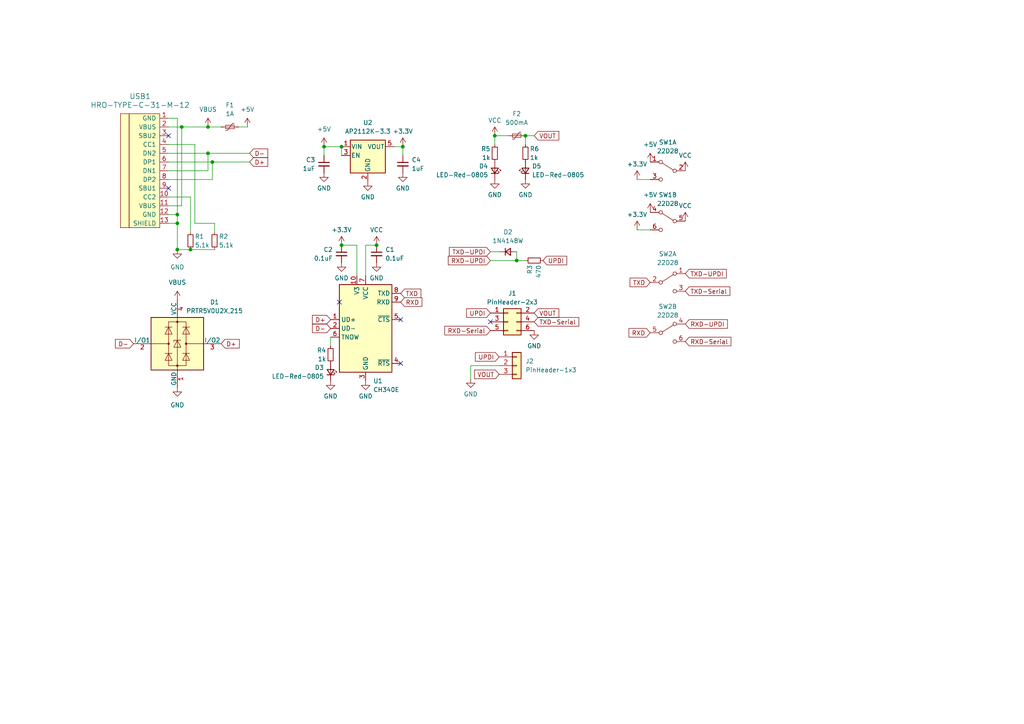
<source format=kicad_sch>
(kicad_sch (version 20230121) (generator eeschema)
  (paper "A4")
  (lib_symbols
    (symbol "Connector_Generic:Conn_01x03" (pin_names (offset 1.016) hide)
      (property "Reference" "J" (at 0 5.08 0))
      (property "Value" "Conn_01x03" (at 0 -5.08 0))
      (symbol "Conn_01x03_1_1"
        (rectangle (start -1.27 -2.413) (end 0 -2.667) (stroke (width 0.1524)))
        (rectangle (start -1.27 0.127) (end 0 -0.127) (stroke (width 0.1524)))
        (rectangle (start -1.27 2.667) (end 0 2.413) (stroke (width 0.1524)))
        (rectangle (start -1.27 3.81) (end 1.27 -3.81) (stroke (width 0.254)) (fill (type background)))
        (pin passive line (at -5.08 2.54 0) (length 3.81) (name "Pin_1") (number "1"))
        (pin passive line (at -5.08 0 0) (length 3.81) (name "Pin_2") (number "2"))
        (pin passive line (at -5.08 -2.54 0) (length 3.81) (name "Pin_3") (number "3"))
      )
    )
    (symbol "Connector_Generic:Conn_02x03_Odd_Even" (pin_names (offset 1.016) hide)
      (property "Reference" "J" (at 1.27 5.08 0))
      (property "Value" "Conn_02x03_Odd_Even" (at 1.27 -5.08 0))
      (symbol "Conn_02x03_Odd_Even_1_1"
        (rectangle (start -1.27 -2.413) (end 0 -2.667) (stroke (width 0.1524)))
        (rectangle (start -1.27 0.127) (end 0 -0.127) (stroke (width 0.1524)))
        (rectangle (start -1.27 2.667) (end 0 2.413) (stroke (width 0.1524)))
        (rectangle (start -1.27 3.81) (end 3.81 -3.81) (stroke (width 0.254)) (fill (type background)))
        (rectangle (start 3.81 -2.413) (end 2.54 -2.667) (stroke (width 0.1524)))
        (rectangle (start 3.81 0.127) (end 2.54 -0.127) (stroke (width 0.1524)))
        (rectangle (start 3.81 2.667) (end 2.54 2.413) (stroke (width 0.1524)))
        (pin passive line (at -5.08 2.54 0) (length 3.81) (name "Pin_1") (number "1"))
        (pin passive line (at 7.62 2.54 180) (length 3.81) (name "Pin_2") (number "2"))
        (pin passive line (at -5.08 0 0) (length 3.81) (name "Pin_3") (number "3"))
        (pin passive line (at 7.62 0 180) (length 3.81) (name "Pin_4") (number "4"))
        (pin passive line (at -5.08 -2.54 0) (length 3.81) (name "Pin_5") (number "5"))
        (pin passive line (at 7.62 -2.54 180) (length 3.81) (name "Pin_6") (number "6"))
      )
    )
    (symbol "Device:C_Small" (pin_numbers hide) (pin_names (offset 0.254) hide)
      (property "Reference" "C" (at 0.254 1.778 0))
      (property "Value" "C_Small" (at 0.254 -2.032 0))
      (symbol "C_Small_0_1"
        (polyline (pts (xy -1.524 -0.508) (xy 1.524 -0.508)) (stroke (width 0.3302)))
        (polyline (pts (xy -1.524 0.508) (xy 1.524 0.508)) (stroke (width 0.3048)))
      )
      (symbol "C_Small_1_1"
        (pin passive line (at 0 2.54 270) (length 2.032) (name "~") (number "1"))
        (pin passive line (at 0 -2.54 90) (length 2.032) (name "~") (number "2"))
      )
    )
    (symbol "Device:D_Small" (pin_numbers hide) (pin_names (offset 0.254) hide)
      (property "Reference" "D" (at -1.27 2.032 0))
      (property "Value" "D_Small" (at -3.81 -2.032 0))
      (symbol "D_Small_0_1"
        (polyline (pts (xy -0.762 -1.016) (xy -0.762 1.016)) (stroke (width 0.254)))
        (polyline (pts (xy -0.762 0) (xy 0.762 0)))
        (polyline (pts (xy 0.762 -1.016) (xy -0.762 0) (xy 0.762 1.016) (xy 0.762 -1.016)) (stroke (width 0.254)))
      )
      (symbol "D_Small_1_1"
        (pin passive line (at -2.54 0 0) (length 1.778) (name "K") (number "1"))
        (pin passive line (at 2.54 0 180) (length 1.778) (name "A") (number "2"))
      )
    )
    (symbol "Device:LED_Small" (pin_numbers hide) (pin_names (offset 0.254) hide)
      (property "Reference" "D" (at -1.27 3.175 0))
      (property "Value" "LED_Small" (at -4.445 -2.54 0))
      (symbol "LED_Small_0_1"
        (polyline (pts (xy -0.762 -1.016) (xy -0.762 1.016)) (stroke (width 0.254)))
        (polyline (pts (xy 1.016 0) (xy -0.762 0)))
        (polyline (pts (xy 0.762 -1.016) (xy -0.762 0) (xy 0.762 1.016) (xy 0.762 -1.016)) (stroke (width 0.254)))
        (polyline (pts (xy 0 0.762) (xy -0.508 1.27) (xy -0.254 1.27) (xy -0.508 1.27) (xy -0.508 1.016)))
        (polyline (pts (xy 0.508 1.27) (xy 0 1.778) (xy 0.254 1.778) (xy 0 1.778) (xy 0 1.524)))
      )
      (symbol "LED_Small_1_1"
        (pin passive line (at -2.54 0 0) (length 1.778) (name "K") (number "1"))
        (pin passive line (at 2.54 0 180) (length 1.778) (name "A") (number "2"))
      )
    )
    (symbol "Device:Polyfuse_Small" (pin_numbers hide) (pin_names (offset 0))
      (property "Reference" "F" (at -1.905 0 90))
      (property "Value" "Polyfuse_Small" (at 1.905 0 90))
      (symbol "Polyfuse_Small_0_1"
        (rectangle (start -0.508 1.27) (end 0.508 -1.27))
        (polyline (pts (xy 0 2.54) (xy 0 -2.54)))
        (polyline (pts (xy -1.016 1.27) (xy -1.016 0.762) (xy 1.016 -0.762) (xy 1.016 -1.27)))
      )
      (symbol "Polyfuse_Small_1_1"
        (pin passive line (at 0 2.54 270) (length 0.635) (name "~") (number "1"))
        (pin passive line (at 0 -2.54 90) (length 0.635) (name "~") (number "2"))
      )
    )
    (symbol "Device:R_Small" (pin_numbers hide) (pin_names (offset 0.254) hide)
      (property "Reference" "R" (at 0.762 0.508 0))
      (property "Value" "R_Small" (at 0.762 -1.016 0))
      (symbol "R_Small_0_1"
        (rectangle (start -0.762 1.778) (end 0.762 -1.778) (stroke (width 0.2032)))
      )
      (symbol "R_Small_1_1"
        (pin passive line (at 0 2.54 270) (length 0.762) (name "~") (number "1"))
        (pin passive line (at 0 -2.54 90) (length 0.762) (name "~") (number "2"))
      )
    )
    (symbol "Interface_USB:CH340E"
      (property "Reference" "U" (at -5.08 13.97 0))
      (property "Value" "CH340E" (at 1.27 13.97 0))
      (symbol "CH340E_0_1"
        (rectangle (start -7.62 12.7) (end 7.62 -12.7) (stroke (width 0.254)) (fill (type background)))
      )
      (symbol "CH340E_1_1"
        (pin bidirectional line (at -10.16 2.54 0) (length 2.54) (name "UD+") (number "1"))
        (pin passive line (at -2.54 15.24 270) (length 2.54) (name "V3") (number "10"))
        (pin bidirectional line (at -10.16 0 0) (length 2.54) (name "UD-") (number "2"))
        (pin power_in line (at 0 -15.24 90) (length 2.54) (name "GND") (number "3"))
        (pin output line (at 10.16 -10.16 180) (length 2.54) (name "~{RTS}") (number "4"))
        (pin input line (at 10.16 2.54 180) (length 2.54) (name "~{CTS}") (number "5"))
        (pin output line (at -10.16 -2.54 0) (length 2.54) (name "TNOW") (number "6"))
        (pin power_in line (at 0 15.24 270) (length 2.54) (name "VCC") (number "7"))
        (pin output line (at 10.16 10.16 180) (length 2.54) (name "TXD") (number "8"))
        (pin input line (at 10.16 7.62 180) (length 2.54) (name "RXD") (number "9"))
      )
    )
    (symbol "Power_Protection:PRTR5V0U2X" (pin_names (offset 0))
      (property "Reference" "D" (at 2.794 8.636 0))
      (property "Value" "PRTR5V0U2X" (at 8.128 -9.398 0))
      (symbol "PRTR5V0U2X_0_1"
        (rectangle (start -7.62 -7.62) (end 7.62 7.62) (stroke (width 0.254)) (fill (type background)))
        (circle (center -2.54 0) (radius 0.254) (fill (type outline)))
        (rectangle (start -2.54 6.35) (end 2.54 -6.35))
        (circle (center 0 -6.35) (radius 0.254) (fill (type outline)))
        (polyline (pts (xy -2.54 0) (xy -7.62 0)))
        (polyline (pts (xy -1.524 -2.794) (xy -3.556 -2.794)))
        (polyline (pts (xy -1.524 4.826) (xy -3.556 4.826)))
        (polyline (pts (xy 0 -7.62) (xy 0 7.62)))
        (polyline (pts (xy 1.524 -2.794) (xy 3.556 -2.794)))
        (polyline (pts (xy 1.524 4.826) (xy 3.556 4.826)))
        (polyline (pts (xy 2.54 0) (xy 7.62 0)))
        (polyline (pts (xy 1.016 1.016) (xy -1.016 1.016) (xy -1.016 0.508)))
        (polyline (pts (xy -3.556 -4.826) (xy -1.524 -4.826) (xy -2.54 -2.794) (xy -3.556 -4.826)))
        (polyline (pts (xy -3.556 2.794) (xy -1.524 2.794) (xy -2.54 4.826) (xy -3.556 2.794)))
        (polyline (pts (xy -1.016 -1.016) (xy 1.016 -1.016) (xy 0 1.016) (xy -1.016 -1.016)))
        (polyline (pts (xy 3.556 -4.826) (xy 1.524 -4.826) (xy 2.54 -2.794) (xy 3.556 -4.826)))
        (polyline (pts (xy 3.556 2.794) (xy 1.524 2.794) (xy 2.54 4.826) (xy 3.556 2.794)))
        (circle (center 0 6.35) (radius 0.254) (fill (type outline)))
        (circle (center 2.54 0) (radius 0.254) (fill (type outline)))
      )
      (symbol "PRTR5V0U2X_1_1"
        (pin passive line (at 0 -12.7 90) (length 5.08) (name "GND") (number "1"))
        (pin passive line (at -12.7 0 0) (length 5.08) (name "I/O1") (number "2"))
        (pin passive line (at 12.7 0 180) (length 5.08) (name "I/O2") (number "3"))
        (pin passive line (at 0 12.7 270) (length 5.08) (name "VCC") (number "4"))
      )
    )
    (symbol "Regulator_Linear:AP2112K-3.3" (pin_names (offset 0.254))
      (property "Reference" "U" (at -5.08 5.715 0))
      (property "Value" "AP2112K-3.3" (at 0 5.715 0))
      (symbol "AP2112K-3.3_0_1"
        (rectangle (start -5.08 4.445) (end 5.08 -5.08) (stroke (width 0.254)) (fill (type background)))
      )
      (symbol "AP2112K-3.3_1_1"
        (pin power_in line (at -7.62 2.54 0) (length 2.54) (name "VIN") (number "1"))
        (pin power_in line (at 0 -7.62 90) (length 2.54) (name "GND") (number "2"))
        (pin input line (at -7.62 0 0) (length 2.54) (name "EN") (number "3"))
        (pin no_connect line (at 5.08 0 180) (length 2.54) hide (name "NC") (number "4"))
        (pin power_out line (at 7.62 2.54 180) (length 2.54) (name "VOUT") (number "5"))
      )
    )
    (symbol "Switch:SW_DPDT_x2" (pin_names (offset 0) hide)
      (property "Reference" "SW" (at 0 4.318 0))
      (property "Value" "SW_DPDT_x2" (at 0 -5.08 0))
      (symbol "SW_DPDT_x2_0_0"
        (circle (center -2.032 0) (radius 0.508))
        (circle (center 2.032 -2.54) (radius 0.508))
      )
      (symbol "SW_DPDT_x2_0_1"
        (polyline (pts (xy -1.524 0.254) (xy 1.651 2.286)))
        (circle (center 2.032 2.54) (radius 0.508))
      )
      (symbol "SW_DPDT_x2_1_1"
        (pin passive line (at 5.08 2.54 180) (length 2.54) (name "A") (number "1"))
        (pin passive line (at -5.08 0 0) (length 2.54) (name "B") (number "2"))
        (pin passive line (at 5.08 -2.54 180) (length 2.54) (name "C") (number "3"))
      )
      (symbol "SW_DPDT_x2_2_1"
        (pin passive line (at 5.08 2.54 180) (length 2.54) (name "A") (number "4"))
        (pin passive line (at -5.08 0 0) (length 2.54) (name "B") (number "5"))
        (pin passive line (at 5.08 -2.54 180) (length 2.54) (name "C") (number "6"))
      )
    )
    (symbol "Type-C:HRO-TYPE-C-31-M-12" (pin_names (offset 1.016))
      (property "Reference" "USB" (at -5.08 16.51 0))
      (property "Value" "HRO-TYPE-C-31-M-12" (at -10.16 -1.27 90))
      (symbol "HRO-TYPE-C-31-M-12_0_1"
        (rectangle (start -11.43 15.24) (end -8.89 -17.78) (fill (type background)))
        (rectangle (start 0 -17.78) (end -8.89 15.24) (fill (type background)))
      )
      (symbol "HRO-TYPE-C-31-M-12_1_1"
        (pin input line (at 2.54 13.97 180) (length 2.54) (name "GND") (number "1"))
        (pin input line (at 2.54 -8.89 180) (length 2.54) (name "CC2") (number "10"))
        (pin input line (at 2.54 -11.43 180) (length 2.54) (name "VBUS") (number "11"))
        (pin input line (at 2.54 -13.97 180) (length 2.54) (name "GND") (number "12"))
        (pin input line (at 2.54 -16.51 180) (length 2.54) (name "SHIELD") (number "13"))
        (pin input line (at 2.54 11.43 180) (length 2.54) (name "VBUS") (number "2"))
        (pin input line (at 2.54 8.89 180) (length 2.54) (name "SBU2") (number "3"))
        (pin input line (at 2.54 6.35 180) (length 2.54) (name "CC1") (number "4"))
        (pin input line (at 2.54 3.81 180) (length 2.54) (name "DN2") (number "5"))
        (pin input line (at 2.54 1.27 180) (length 2.54) (name "DP1") (number "6"))
        (pin input line (at 2.54 -1.27 180) (length 2.54) (name "DN1") (number "7"))
        (pin input line (at 2.54 -3.81 180) (length 2.54) (name "DP2") (number "8"))
        (pin input line (at 2.54 -6.35 180) (length 2.54) (name "SBU1") (number "9"))
      )
    )
    (symbol "power:+3.3V" (power) (pin_names (offset 0))
      (property "Value" "+3.3V" (at 0 3.556 0))
      (symbol "+3.3V_0_1"
        (polyline (pts (xy -0.762 1.27) (xy 0 2.54)))
        (polyline (pts (xy 0 0) (xy 0 2.54)))
        (polyline (pts (xy 0 2.54) (xy 0.762 1.27)))
      )
      (symbol "+3.3V_1_1"
        (pin power_in line (at 0 0 90) (length 0) hide (name "+3.3V") (number "1"))
      )
    )
    (symbol "power:+5V" (power) (pin_names (offset 0))
      (property "Value" "+5V" (at 0 3.556 0))
      (symbol "+5V_0_1"
        (polyline (pts (xy -0.762 1.27) (xy 0 2.54)))
        (polyline (pts (xy 0 0) (xy 0 2.54)))
        (polyline (pts (xy 0 2.54) (xy 0.762 1.27)))
      )
      (symbol "+5V_1_1"
        (pin power_in line (at 0 0 90) (length 0) hide (name "+5V") (number "1"))
      )
    )
    (symbol "power:GND" (power) (pin_names (offset 0))
      (property "Value" "GND" (at 0 -3.81 0))
      (symbol "GND_0_1"
        (polyline (pts (xy 0 0) (xy 0 -1.27) (xy 1.27 -1.27) (xy 0 -2.54) (xy -1.27 -1.27) (xy 0 -1.27)))
      )
      (symbol "GND_1_1"
        (pin power_in line (at 0 0 270) (length 0) hide (name "GND") (number "1"))
      )
    )
    (symbol "power:VBUS" (power) (pin_names (offset 0))
      (property "Value" "VBUS" (at 0 3.81 0))
      (symbol "VBUS_0_1"
        (polyline (pts (xy -0.762 1.27) (xy 0 2.54)))
        (polyline (pts (xy 0 0) (xy 0 2.54)))
        (polyline (pts (xy 0 2.54) (xy 0.762 1.27)))
      )
      (symbol "VBUS_1_1"
        (pin power_in line (at 0 0 90) (length 0) hide (name "VBUS") (number "1"))
      )
    )
    (symbol "power:VCC" (power) (pin_names (offset 0))
      (property "Value" "VCC" (at 0 3.81 0))
      (symbol "VCC_0_1"
        (polyline (pts (xy -0.762 1.27) (xy 0 2.54)))
        (polyline (pts (xy 0 0) (xy 0 2.54)))
        (polyline (pts (xy 0 2.54) (xy 0.762 1.27)))
      )
      (symbol "VCC_1_1"
        (pin power_in line (at 0 0 90) (length 0) hide (name "VCC") (number "1"))
      )
    )
  )
  (junction (at 61.595 46.99))
  (junction (at 93.98 42.545))
  (junction (at 99.06 71.12))
  (junction (at 51.435 62.23))
  (junction (at 55.245 72.39))
  (junction (at 52.705 36.83))
  (junction (at 51.435 72.39))
  (junction (at 60.325 44.45))
  (junction (at 149.86 75.565))
  (junction (at 60.325 36.83))
  (junction (at 99.06 42.545))
  (junction (at 152.4 39.37))
  (junction (at 109.22 71.12))
  (junction (at 116.84 42.545))
  (junction (at 143.51 39.37))
  (junction (at 51.435 64.77))
  (no_connect (at 116.205 92.71))
  (no_connect (at 98.425 87.63))
  (no_connect (at 48.895 39.37))
  (no_connect (at 142.24 93.345))
  (no_connect (at 48.895 54.61))
  (no_connect (at 116.205 105.41))
  (wire (pts (xy 56.515 41.91) (xy 56.515 64.77)))
  (wire (pts (xy 55.245 57.15) (xy 48.895 57.15)))
  (wire (pts (xy 184.785 52.07) (xy 188.595 52.07)))
  (wire (pts (xy 48.895 41.91) (xy 56.515 41.91)))
  (wire (pts (xy 93.98 45.085) (xy 93.98 42.545)))
  (wire (pts (xy 52.705 36.83) (xy 60.325 36.83)))
  (wire (pts (xy 99.06 42.545) (xy 99.06 45.085)))
  (wire (pts (xy 51.435 64.77) (xy 51.435 72.39)))
  (wire (pts (xy 61.595 46.99) (xy 48.895 46.99)))
  (wire (pts (xy 60.325 44.45) (xy 60.325 49.53)))
  (wire (pts (xy 60.325 44.45) (xy 72.39 44.45)))
  (wire (pts (xy 48.895 52.07) (xy 61.595 52.07)))
  (wire (pts (xy 55.245 67.31) (xy 55.245 57.15)))
  (wire (pts (xy 51.435 72.39) (xy 55.245 72.39)))
  (wire (pts (xy 52.705 36.83) (xy 48.895 36.83)))
  (wire (pts (xy 48.895 49.53) (xy 60.325 49.53)))
  (wire (pts (xy 48.895 64.77) (xy 51.435 64.77)))
  (wire (pts (xy 106.045 71.12) (xy 106.045 80.01)))
  (wire (pts (xy 149.86 73.025) (xy 149.86 75.565)))
  (wire (pts (xy 184.785 66.675) (xy 188.595 66.675)))
  (wire (pts (xy 93.98 42.545) (xy 99.06 42.545)))
  (wire (pts (xy 55.245 72.39) (xy 62.23 72.39)))
  (wire (pts (xy 99.06 71.12) (xy 103.505 71.12)))
  (wire (pts (xy 142.24 73.025) (xy 144.78 73.025)))
  (wire (pts (xy 61.595 46.99) (xy 72.39 46.99)))
  (wire (pts (xy 149.86 75.565) (xy 152.4 75.565)))
  (wire (pts (xy 142.24 75.565) (xy 149.86 75.565)))
  (wire (pts (xy 116.84 42.545) (xy 116.84 45.085)))
  (wire (pts (xy 143.51 39.37) (xy 143.51 41.91)))
  (wire (pts (xy 69.215 36.83) (xy 71.755 36.83)))
  (wire (pts (xy 152.4 39.37) (xy 152.4 41.91)))
  (wire (pts (xy 48.895 34.29) (xy 51.435 34.29)))
  (wire (pts (xy 103.505 71.12) (xy 103.505 80.01)))
  (wire (pts (xy 114.3 42.545) (xy 116.84 42.545)))
  (wire (pts (xy 95.885 97.79) (xy 95.885 100.33)))
  (wire (pts (xy 51.435 34.29) (xy 51.435 62.23)))
  (wire (pts (xy 51.435 62.23) (xy 48.895 62.23)))
  (wire (pts (xy 48.895 59.69) (xy 52.705 59.69)))
  (wire (pts (xy 60.325 36.83) (xy 64.135 36.83)))
  (wire (pts (xy 51.435 64.77) (xy 51.435 62.23)))
  (wire (pts (xy 52.705 59.69) (xy 52.705 36.83)))
  (wire (pts (xy 136.525 109.855) (xy 136.525 106.045)))
  (wire (pts (xy 61.595 52.07) (xy 61.595 46.99)))
  (wire (pts (xy 143.51 39.37) (xy 147.32 39.37)))
  (wire (pts (xy 48.895 44.45) (xy 60.325 44.45)))
  (wire (pts (xy 56.515 64.77) (xy 62.23 64.77)))
  (wire (pts (xy 152.4 39.37) (xy 154.94 39.37)))
  (wire (pts (xy 109.22 71.12) (xy 106.045 71.12)))
  (wire (pts (xy 62.23 64.77) (xy 62.23 67.31)))
  (wire (pts (xy 136.525 106.045) (xy 144.78 106.045)))
  (global_label "RXD" (shape input) (at 116.205 87.63 0) (property "Intersheetrefs" "${INTERSHEET_REFS}" (effects hide)))
  (global_label "TXD-UPDI" (shape input) (at 142.24 73.025 180) (property "Intersheetrefs" "${INTERSHEET_REFS}" (effects hide)))
  (global_label "D+" (shape input) (at 72.39 46.99 0) (property "Intersheetrefs" "${INTERSHEET_REFS}" (effects hide)))
  (global_label "TXD" (shape input) (at 188.595 81.915 180) (property "Intersheetrefs" "${INTERSHEET_REFS}" (effects hide)))
  (global_label "D+" (shape input) (at 64.135 99.695 0) (property "Intersheetrefs" "${INTERSHEET_REFS}" (effects hide)))
  (global_label "TXD" (shape input) (at 116.205 85.09 0) (property "Intersheetrefs" "${INTERSHEET_REFS}" (effects hide)))
  (global_label "UPDI" (shape input) (at 144.78 103.505 180) (property "Intersheetrefs" "${INTERSHEET_REFS}" (effects hide)))
  (global_label "TXD-UPDI" (shape input) (at 198.755 79.375 0) (property "Intersheetrefs" "${INTERSHEET_REFS}" (effects hide)))
  (global_label "RXD-Serial" (shape input) (at 142.24 95.885 180) (property "Intersheetrefs" "${INTERSHEET_REFS}" (effects hide)))
  (global_label "RXD" (shape input) (at 188.595 96.52 180) (property "Intersheetrefs" "${INTERSHEET_REFS}" (effects hide)))
  (global_label "TXD-Serial" (shape input) (at 154.94 93.345 0) (property "Intersheetrefs" "${INTERSHEET_REFS}" (effects hide)))
  (global_label "D-" (shape input) (at 38.735 99.695 180) (property "Intersheetrefs" "${INTERSHEET_REFS}" (effects hide)))
  (global_label "D-" (shape input) (at 95.885 95.25 180) (property "Intersheetrefs" "${INTERSHEET_REFS}" (effects hide)))
  (global_label "RXD-UPDI" (shape input) (at 198.755 93.98 0) (property "Intersheetrefs" "${INTERSHEET_REFS}" (effects hide)))
  (global_label "D+" (shape input) (at 95.885 92.71 180) (property "Intersheetrefs" "${INTERSHEET_REFS}" (effects hide)))
  (global_label "D-" (shape input) (at 72.39 44.45 0) (property "Intersheetrefs" "${INTERSHEET_REFS}" (effects hide)))
  (global_label "UPDI" (shape input) (at 142.24 90.805 180) (property "Intersheetrefs" "${INTERSHEET_REFS}" (effects hide)))
  (global_label "RXD-Serial" (shape input) (at 198.755 99.06 0) (property "Intersheetrefs" "${INTERSHEET_REFS}" (effects hide)))
  (global_label "VOUT" (shape input) (at 144.78 108.585 180) (property "Intersheetrefs" "${INTERSHEET_REFS}" (effects hide)))
  (global_label "VOUT" (shape input) (at 154.94 90.805 0) (property "Intersheetrefs" "${INTERSHEET_REFS}" (effects hide)))
  (global_label "RXD-UPDI" (shape input) (at 142.24 75.565 180) (property "Intersheetrefs" "${INTERSHEET_REFS}" (effects hide)))
  (global_label "VOUT" (shape input) (at 154.94 39.37 0) (property "Intersheetrefs" "${INTERSHEET_REFS}" (effects hide)))
  (global_label "UPDI" (shape input) (at 157.48 75.565 0) (property "Intersheetrefs" "${INTERSHEET_REFS}" (effects hide)))
  (global_label "TXD-Serial" (shape input) (at 198.755 84.455 0) (property "Intersheetrefs" "${INTERSHEET_REFS}" (effects hide)))
  (symbol (lib_id "Interface_USB:CH340E") (at 106.045 95.25 0) (unit 1)
    (property "Reference" "U1" (at 108.2391 110.49 0) (effects (justify left)))
    (property "Value" "CH340E" (at 108.2391 113.03 0) (effects (justify left)))
    (property "Footprint" "Package_SO:MSOP-10_3x3mm_P0.5mm" (effects hide))
    (property "Datasheet" "https://www.mpja.com/download/35227cpdata.pdf" (effects hide))
  )
  (symbol (lib_id "Connector_Generic:Conn_02x03_Odd_Even") (at 147.32 93.345 0) (unit 1)
    (property "Reference" "J1" (at 148.59 85.09 0))
    (property "Value" "PinHeader-2x3" (at 148.59 87.63 0))
    (property "Footprint" "locallib:PinHeader_2x03_DC3" (effects hide))
  )
  (symbol (lib_id "Device:R_Small") (at 95.885 102.87 0) (mirror y) (unit 1)
    (property "Reference" "R4" (at 94.615 101.6 0) (effects (justify left)))
    (property "Value" "1k" (at 94.615 104.14 0) (effects (justify left)))
    (property "Footprint" "Resistor_SMD:R_0603_1608Metric" (effects hide))
  )
  (symbol (lib_id "power:GND") (at 143.51 52.07 0) (unit 1)
    (property "Reference" "#PWR022" (effects hide))
    (property "Value" "GND" (at 143.51 56.515 0))
  )
  (symbol (lib_id "Device:C_Small") (at 109.22 73.66 0) (unit 1)
    (property "Reference" "C1" (at 111.76 72.3963 0) (effects (justify left)))
    (property "Value" "0.1uF" (at 111.76 74.9363 0) (effects (justify left)))
    (property "Footprint" "Capacitor_SMD:C_0603_1608Metric" (effects hide))
  )
  (symbol (lib_id "power:+3.3V") (at 116.84 42.545 0) (unit 1)
    (property "Reference" "#PWR012" (effects hide))
    (property "Value" "+3.3V" (at 116.84 38.1 0))
  )
  (symbol (lib_id "Device:C_Small") (at 93.98 47.625 0) (mirror y) (unit 1)
    (property "Reference" "C3" (at 91.44 46.3613 0) (effects (justify left)))
    (property "Value" "1uF" (at 91.44 48.9013 0) (effects (justify left)))
    (property "Footprint" "Capacitor_SMD:C_0603_1608Metric" (effects hide))
  )
  (symbol (lib_id "Device:Polyfuse_Small") (at 66.675 36.83 90) (unit 1)
    (property "Reference" "F1" (at 66.675 30.48 90))
    (property "Value" "1A" (at 66.675 33.02 90))
    (property "Footprint" "Fuse:Fuse_1206_3216Metric" (effects hide))
  )
  (symbol (lib_id "Connector_Generic:Conn_01x03") (at 149.86 106.045 0) (unit 1)
    (property "Reference" "J2" (at 152.4 104.775 0) (effects (justify left)))
    (property "Value" "PinHeader-1x3" (at 152.4 107.315 0) (effects (justify left)))
    (property "Footprint" "Connector_PinHeader_2.54mm:PinHeader_1x03_P2.54mm_Vertical" (effects hide))
  )
  (symbol (lib_id "power:VBUS") (at 60.325 36.83 0) (unit 1)
    (property "Reference" "#PWR02" (effects hide))
    (property "Value" "VBUS" (at 60.325 31.75 0))
  )
  (symbol (lib_id "power:GND") (at 93.98 50.165 0) (unit 1)
    (property "Reference" "#PWR015" (effects hide))
    (property "Value" "GND" (at 93.98 54.61 0))
  )
  (symbol (lib_id "power:+5V") (at 71.755 36.83 0) (unit 1)
    (property "Reference" "#PWR03" (effects hide))
    (property "Value" "+5V" (at 71.755 31.75 0))
  )
  (symbol (lib_id "Device:Polyfuse_Small") (at 149.86 39.37 90) (unit 1)
    (property "Reference" "F2" (at 149.86 33.02 90))
    (property "Value" "500mA" (at 149.86 35.56 90))
    (property "Footprint" "Fuse:Fuse_1206_3216Metric" (effects hide))
  )
  (symbol (lib_id "power:+5V") (at 188.595 61.595 0) (unit 1)
    (property "Reference" "#PWR017" (effects hide))
    (property "Value" "+5V" (at 188.595 56.515 0))
  )
  (symbol (lib_id "power:GND") (at 116.84 50.165 0) (unit 1)
    (property "Reference" "#PWR014" (effects hide))
    (property "Value" "GND" (at 116.84 54.61 0))
  )
  (symbol (lib_id "power:+5V") (at 188.595 46.99 0) (unit 1)
    (property "Reference" "#PWR016" (effects hide))
    (property "Value" "+5V" (at 188.595 41.91 0))
  )
  (symbol (lib_id "Power_Protection:PRTR5V0U2X") (at 51.435 99.695 0) (unit 1)
    (property "Reference" "D1" (at 62.23 87.63 0))
    (property "Value" "PRTR5V0U2X,215" (at 62.23 90.17 0))
    (property "Footprint" "locallib:SOT143B" (effects hide))
    (property "Datasheet" "https://assets.nexperia.com/documents/data-sheet/PRTR5V0U2X.pdf" (effects hide))
  )
  (symbol (lib_id "Switch:SW_DPDT_x2") (at 193.675 81.915 0) (unit 1)
    (property "Reference" "SW2" (at 193.675 73.66 0))
    (property "Value" "22D28" (at 193.675 76.2 0))
    (property "Footprint" "locallib:MS-22D28-G020" (effects hide))
  )
  (symbol (lib_id "power:GND") (at 95.885 110.49 0) (unit 1)
    (property "Reference" "#PWR09" (effects hide))
    (property "Value" "GND" (at 95.885 114.935 0))
  )
  (symbol (lib_id "Regulator_Linear:AP2112K-3.3") (at 106.68 45.085 0) (unit 1)
    (property "Reference" "U2" (at 106.68 35.56 0))
    (property "Value" "AP2112K-3.3" (at 106.68 38.1 0))
    (property "Footprint" "Package_TO_SOT_SMD:SOT-23-5" (effects hide))
    (property "Datasheet" "https://www.diodes.com/assets/Datasheets/AP2112.pdf" (effects hide))
  )
  (symbol (lib_id "Type-C:HRO-TYPE-C-31-M-12") (at 46.355 48.26 0) (unit 1)
    (property "Reference" "USB1" (at 40.64 27.94 0) (effects (font (size 1.524 1.524))))
    (property "Value" "HRO-TYPE-C-31-M-12" (at 40.64 30.48 0) (effects (font (size 1.524 1.524))))
    (property "Footprint" "Type-C:HRO-TYPE-C-31-M-12-Assembly" (effects hide))
  )
  (symbol (lib_id "Device:LED_Small") (at 152.4 49.53 90) (unit 1)
    (property "Reference" "D5" (at 154.305 48.1965 90) (effects (justify right)))
    (property "Value" "LED-Red-0805" (at 154.305 50.7365 90) (effects (justify right)))
    (property "Footprint" "LED_SMD:LED_0603_1608Metric" (effects hide))
  )
  (symbol (lib_id "power:GND") (at 106.68 52.705 0) (unit 1)
    (property "Reference" "#PWR013" (effects hide))
    (property "Value" "GND" (at 106.68 57.15 0))
  )
  (symbol (lib_id "power:GND") (at 51.435 72.39 0) (unit 1)
    (property "Reference" "#PWR01" (effects hide))
    (property "Value" "GND" (at 51.435 77.47 0))
  )
  (symbol (lib_id "power:GND") (at 152.4 52.07 0) (mirror y) (unit 1)
    (property "Reference" "#PWR023" (effects hide))
    (property "Value" "GND" (at 152.4 56.515 0))
  )
  (symbol (lib_id "power:GND") (at 136.525 109.855 0) (unit 1)
    (property "Reference" "#PWR024" (effects hide))
    (property "Value" "GND" (at 136.525 114.3 0))
  )
  (symbol (lib_id "power:+3.3V") (at 184.785 66.675 0) (unit 1)
    (property "Reference" "#PWR027" (effects hide))
    (property "Value" "+3.3V" (at 184.785 62.23 0))
  )
  (symbol (lib_id "power:VCC") (at 143.51 39.37 0) (unit 1)
    (property "Reference" "#PWR019" (effects hide))
    (property "Value" "VCC" (at 143.51 34.925 0))
  )
  (symbol (lib_id "Device:R_Small") (at 154.94 75.565 90) (mirror x) (unit 1)
    (property "Reference" "R3" (at 153.67 76.835 0) (effects (justify left)))
    (property "Value" "470" (at 156.21 76.835 0) (effects (justify left)))
    (property "Footprint" "Resistor_SMD:R_0603_1608Metric" (effects hide))
  )
  (symbol (lib_id "Device:R_Small") (at 143.51 44.45 0) (mirror y) (unit 1)
    (property "Reference" "R5" (at 142.24 43.18 0) (effects (justify left)))
    (property "Value" "1k" (at 142.24 45.72 0) (effects (justify left)))
    (property "Footprint" "Resistor_SMD:R_0603_1608Metric" (effects hide))
  )
  (symbol (lib_id "Device:C_Small") (at 116.84 47.625 0) (unit 1)
    (property "Reference" "C4" (at 119.38 46.3613 0) (effects (justify left)))
    (property "Value" "1uF" (at 119.38 48.9013 0) (effects (justify left)))
    (property "Footprint" "Capacitor_SMD:C_0603_1608Metric" (effects hide))
  )
  (symbol (lib_id "Device:LED_Small") (at 95.885 107.95 270) (mirror x) (unit 1)
    (property "Reference" "D3" (at 93.98 106.6165 90) (effects (justify right)))
    (property "Value" "LED-Red-0805" (at 93.98 109.1565 90) (effects (justify right)))
    (property "Footprint" "LED_SMD:LED_0603_1608Metric" (effects hide))
  )
  (symbol (lib_id "Device:D_Small") (at 147.32 73.025 0) (unit 1)
    (property "Reference" "D2" (at 147.32 67.31 0))
    (property "Value" "1N4148W" (at 147.32 69.85 0))
    (property "Footprint" "Diode_SMD:D_SOD-123" (effects hide))
    (property "Sim.Device" "D" (effects hide))
    (property "Sim.Pins" "1=K 2=A" (effects hide))
  )
  (symbol (lib_id "power:+3.3V") (at 99.06 71.12 0) (unit 1)
    (property "Reference" "#PWR021" (effects hide))
    (property "Value" "+3.3V" (at 99.06 66.675 0))
  )
  (symbol (lib_id "Switch:SW_DPDT_x2") (at 193.675 64.135 0) (mirror y) (unit 2)
    (property "Reference" "SW1" (at 193.675 56.515 0))
    (property "Value" "22D28" (at 193.675 59.055 0))
    (property "Footprint" "locallib:MS-22D28-G020" (effects hide))
  )
  (symbol (lib_id "power:VBUS") (at 51.435 86.995 0) (unit 1)
    (property "Reference" "#PWR04" (effects hide))
    (property "Value" "VBUS" (at 51.435 81.915 0))
  )
  (symbol (lib_id "power:GND") (at 154.94 95.885 0) (unit 1)
    (property "Reference" "#PWR020" (effects hide))
    (property "Value" "GND" (at 154.94 100.33 0))
  )
  (symbol (lib_id "Device:LED_Small") (at 143.51 49.53 270) (mirror x) (unit 1)
    (property "Reference" "D4" (at 141.605 48.1965 90) (effects (justify right)))
    (property "Value" "LED-Red-0805" (at 141.605 50.7365 90) (effects (justify right)))
    (property "Footprint" "LED_SMD:LED_0603_1608Metric" (effects hide))
  )
  (symbol (lib_id "Device:R_Small") (at 62.23 69.85 0) (unit 1)
    (property "Reference" "R2" (at 63.5 68.58 0) (effects (justify left)))
    (property "Value" "5.1k" (at 63.5 71.12 0) (effects (justify left)))
    (property "Footprint" "Resistor_SMD:R_0603_1608Metric" (effects hide))
  )
  (symbol (lib_id "power:+5V") (at 93.98 42.545 0) (unit 1)
    (property "Reference" "#PWR011" (effects hide))
    (property "Value" "+5V" (at 93.98 37.465 0))
  )
  (symbol (lib_id "power:GND") (at 109.22 76.2 0) (unit 1)
    (property "Reference" "#PWR08" (effects hide))
    (property "Value" "GND" (at 109.22 80.645 0))
  )
  (symbol (lib_id "power:VCC") (at 198.755 64.135 0) (unit 1)
    (property "Reference" "#PWR025" (effects hide))
    (property "Value" "VCC" (at 198.755 59.69 0))
  )
  (symbol (lib_id "Device:C_Small") (at 99.06 73.66 0) (mirror y) (unit 1)
    (property "Reference" "C2" (at 96.52 72.3963 0) (effects (justify left)))
    (property "Value" "0.1uF" (at 96.52 74.9363 0) (effects (justify left)))
    (property "Footprint" "Capacitor_SMD:C_0603_1608Metric" (effects hide))
  )
  (symbol (lib_id "Device:R_Small") (at 152.4 44.45 0) (unit 1)
    (property "Reference" "R6" (at 153.67 43.18 0) (effects (justify left)))
    (property "Value" "1k" (at 153.67 45.72 0) (effects (justify left)))
    (property "Footprint" "Resistor_SMD:R_0603_1608Metric" (effects hide))
  )
  (symbol (lib_id "Device:R_Small") (at 55.245 69.85 0) (unit 1)
    (property "Reference" "R1" (at 56.515 68.58 0) (effects (justify left)))
    (property "Value" "5.1k" (at 56.515 71.12 0) (effects (justify left)))
    (property "Footprint" "Resistor_SMD:R_0603_1608Metric" (effects hide))
  )
  (symbol (lib_id "power:GND") (at 51.435 112.395 0) (unit 1)
    (property "Reference" "#PWR05" (effects hide))
    (property "Value" "GND" (at 51.435 117.475 0))
  )
  (symbol (lib_id "power:VCC") (at 198.755 49.53 0) (unit 1)
    (property "Reference" "#PWR018" (effects hide))
    (property "Value" "VCC" (at 198.755 45.085 0))
  )
  (symbol (lib_id "power:+3.3V") (at 184.785 52.07 0) (unit 1)
    (property "Reference" "#PWR026" (effects hide))
    (property "Value" "+3.3V" (at 184.785 47.625 0))
  )
  (symbol (lib_id "Switch:SW_DPDT_x2") (at 193.675 96.52 0) (unit 2)
    (property "Reference" "SW2" (at 193.675 88.9 0))
    (property "Value" "22D28" (at 193.675 91.44 0))
    (property "Footprint" "locallib:MS-22D28-G020" (effects hide))
  )
  (symbol (lib_id "power:GND") (at 106.045 110.49 0) (unit 1)
    (property "Reference" "#PWR06" (effects hide))
    (property "Value" "GND" (at 106.045 114.935 0))
  )
  (symbol (lib_id "Switch:SW_DPDT_x2") (at 193.675 49.53 0) (mirror y) (unit 1)
    (property "Reference" "SW1" (at 193.675 41.275 0))
    (property "Value" "22D28" (at 193.675 43.815 0))
    (property "Footprint" "locallib:MS-22D28-G020" (effects hide))
  )
  (symbol (lib_id "power:GND") (at 99.06 76.2 0) (mirror y) (unit 1)
    (property "Reference" "#PWR010" (effects hide))
    (property "Value" "GND" (at 99.06 80.645 0))
  )
  (symbol (lib_id "power:VCC") (at 109.22 71.12 0) (unit 1)
    (property "Reference" "#PWR07" (effects hide))
    (property "Value" "VCC" (at 109.22 66.675 0))
  )
)
</source>
